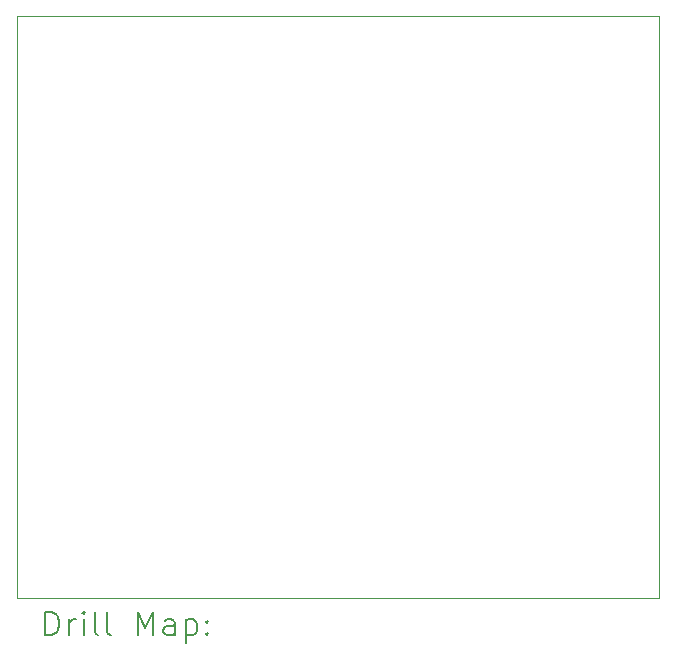
<source format=gbr>
%TF.GenerationSoftware,KiCad,Pcbnew,7.0.1*%
%TF.CreationDate,2023-04-28T23:06:15+02:00*%
%TF.ProjectId,test_ADC_and_CurrentSensors,74657374-5f41-4444-935f-616e645f4375,rev?*%
%TF.SameCoordinates,Original*%
%TF.FileFunction,Drillmap*%
%TF.FilePolarity,Positive*%
%FSLAX45Y45*%
G04 Gerber Fmt 4.5, Leading zero omitted, Abs format (unit mm)*
G04 Created by KiCad (PCBNEW 7.0.1) date 2023-04-28 23:06:15*
%MOMM*%
%LPD*%
G01*
G04 APERTURE LIST*
%ADD10C,0.100000*%
%ADD11C,0.200000*%
G04 APERTURE END LIST*
D10*
X2413000Y-3073400D02*
X7848600Y-3073400D01*
X7848600Y-8001000D01*
X2413000Y-8001000D01*
X2413000Y-3073400D01*
D11*
X2655619Y-8318524D02*
X2655619Y-8118524D01*
X2655619Y-8118524D02*
X2703238Y-8118524D01*
X2703238Y-8118524D02*
X2731810Y-8128048D01*
X2731810Y-8128048D02*
X2750857Y-8147095D01*
X2750857Y-8147095D02*
X2760381Y-8166143D01*
X2760381Y-8166143D02*
X2769905Y-8204238D01*
X2769905Y-8204238D02*
X2769905Y-8232809D01*
X2769905Y-8232809D02*
X2760381Y-8270905D01*
X2760381Y-8270905D02*
X2750857Y-8289952D01*
X2750857Y-8289952D02*
X2731810Y-8309000D01*
X2731810Y-8309000D02*
X2703238Y-8318524D01*
X2703238Y-8318524D02*
X2655619Y-8318524D01*
X2855619Y-8318524D02*
X2855619Y-8185190D01*
X2855619Y-8223286D02*
X2865143Y-8204238D01*
X2865143Y-8204238D02*
X2874667Y-8194714D01*
X2874667Y-8194714D02*
X2893714Y-8185190D01*
X2893714Y-8185190D02*
X2912762Y-8185190D01*
X2979428Y-8318524D02*
X2979428Y-8185190D01*
X2979428Y-8118524D02*
X2969905Y-8128048D01*
X2969905Y-8128048D02*
X2979428Y-8137571D01*
X2979428Y-8137571D02*
X2988952Y-8128048D01*
X2988952Y-8128048D02*
X2979428Y-8118524D01*
X2979428Y-8118524D02*
X2979428Y-8137571D01*
X3103238Y-8318524D02*
X3084190Y-8309000D01*
X3084190Y-8309000D02*
X3074667Y-8289952D01*
X3074667Y-8289952D02*
X3074667Y-8118524D01*
X3208000Y-8318524D02*
X3188952Y-8309000D01*
X3188952Y-8309000D02*
X3179428Y-8289952D01*
X3179428Y-8289952D02*
X3179428Y-8118524D01*
X3436571Y-8318524D02*
X3436571Y-8118524D01*
X3436571Y-8118524D02*
X3503238Y-8261381D01*
X3503238Y-8261381D02*
X3569905Y-8118524D01*
X3569905Y-8118524D02*
X3569905Y-8318524D01*
X3750857Y-8318524D02*
X3750857Y-8213762D01*
X3750857Y-8213762D02*
X3741333Y-8194714D01*
X3741333Y-8194714D02*
X3722286Y-8185190D01*
X3722286Y-8185190D02*
X3684190Y-8185190D01*
X3684190Y-8185190D02*
X3665143Y-8194714D01*
X3750857Y-8309000D02*
X3731809Y-8318524D01*
X3731809Y-8318524D02*
X3684190Y-8318524D01*
X3684190Y-8318524D02*
X3665143Y-8309000D01*
X3665143Y-8309000D02*
X3655619Y-8289952D01*
X3655619Y-8289952D02*
X3655619Y-8270905D01*
X3655619Y-8270905D02*
X3665143Y-8251857D01*
X3665143Y-8251857D02*
X3684190Y-8242333D01*
X3684190Y-8242333D02*
X3731809Y-8242333D01*
X3731809Y-8242333D02*
X3750857Y-8232809D01*
X3846095Y-8185190D02*
X3846095Y-8385190D01*
X3846095Y-8194714D02*
X3865143Y-8185190D01*
X3865143Y-8185190D02*
X3903238Y-8185190D01*
X3903238Y-8185190D02*
X3922286Y-8194714D01*
X3922286Y-8194714D02*
X3931809Y-8204238D01*
X3931809Y-8204238D02*
X3941333Y-8223286D01*
X3941333Y-8223286D02*
X3941333Y-8280428D01*
X3941333Y-8280428D02*
X3931809Y-8299476D01*
X3931809Y-8299476D02*
X3922286Y-8309000D01*
X3922286Y-8309000D02*
X3903238Y-8318524D01*
X3903238Y-8318524D02*
X3865143Y-8318524D01*
X3865143Y-8318524D02*
X3846095Y-8309000D01*
X4027048Y-8299476D02*
X4036571Y-8309000D01*
X4036571Y-8309000D02*
X4027048Y-8318524D01*
X4027048Y-8318524D02*
X4017524Y-8309000D01*
X4017524Y-8309000D02*
X4027048Y-8299476D01*
X4027048Y-8299476D02*
X4027048Y-8318524D01*
X4027048Y-8194714D02*
X4036571Y-8204238D01*
X4036571Y-8204238D02*
X4027048Y-8213762D01*
X4027048Y-8213762D02*
X4017524Y-8204238D01*
X4017524Y-8204238D02*
X4027048Y-8194714D01*
X4027048Y-8194714D02*
X4027048Y-8213762D01*
M02*

</source>
